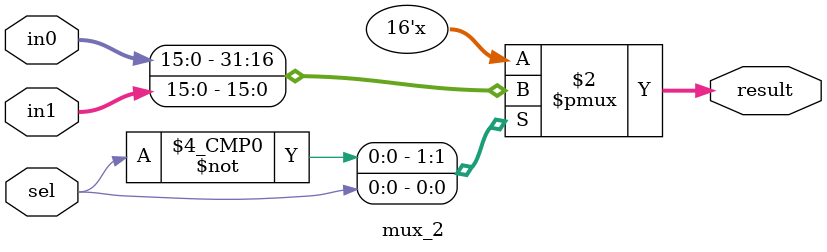
<source format=v>
`timescale 1ns / 1ps


module mux_2(
    input [15:0] in0,
    input [15:0] in1,
    input sel,
    output reg [15:0] result
    );
    
    always @(in0, in1, sel)
    begin
    
    result = 0;
    
    case (sel)
    0 : result = in0;
    1 : result = in1;
    
    default : result = in0;
    endcase
    
    end
endmodule

</source>
